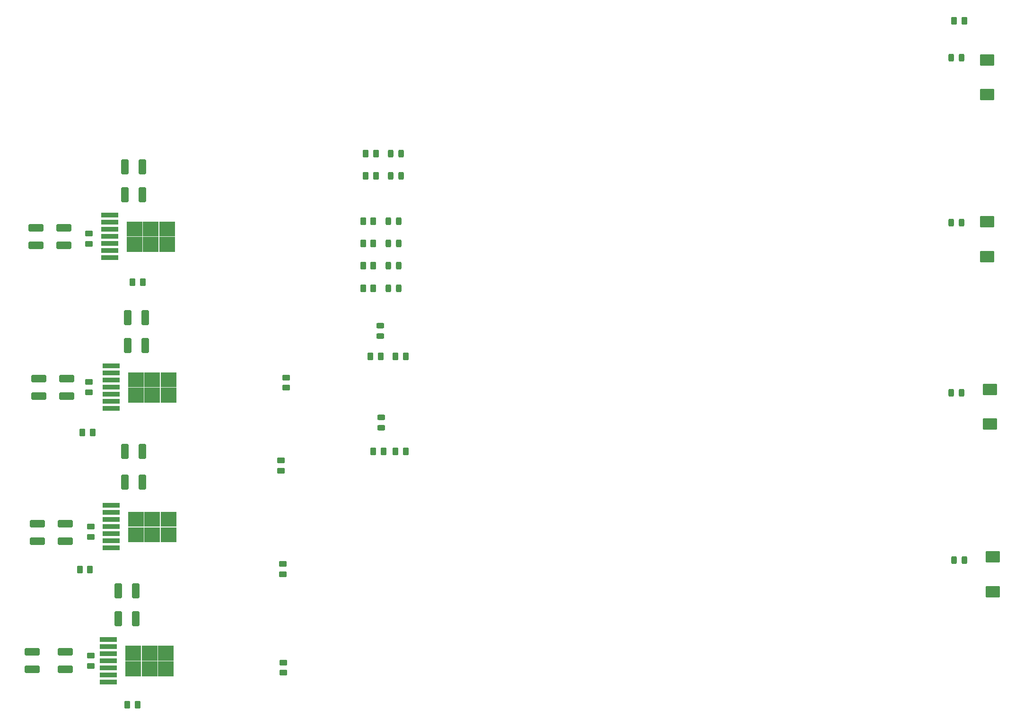
<source format=gbr>
%TF.GenerationSoftware,KiCad,Pcbnew,8.0.5*%
%TF.CreationDate,2024-11-03T12:33:06+01:00*%
%TF.ProjectId,Control board,436f6e74-726f-46c2-9062-6f6172642e6b,rev?*%
%TF.SameCoordinates,Original*%
%TF.FileFunction,Paste,Top*%
%TF.FilePolarity,Positive*%
%FSLAX46Y46*%
G04 Gerber Fmt 4.6, Leading zero omitted, Abs format (unit mm)*
G04 Created by KiCad (PCBNEW 8.0.5) date 2024-11-03 12:33:06*
%MOMM*%
%LPD*%
G01*
G04 APERTURE LIST*
G04 Aperture macros list*
%AMRoundRect*
0 Rectangle with rounded corners*
0 $1 Rounding radius*
0 $2 $3 $4 $5 $6 $7 $8 $9 X,Y pos of 4 corners*
0 Add a 4 corners polygon primitive as box body*
4,1,4,$2,$3,$4,$5,$6,$7,$8,$9,$2,$3,0*
0 Add four circle primitives for the rounded corners*
1,1,$1+$1,$2,$3*
1,1,$1+$1,$4,$5*
1,1,$1+$1,$6,$7*
1,1,$1+$1,$8,$9*
0 Add four rect primitives between the rounded corners*
20,1,$1+$1,$2,$3,$4,$5,0*
20,1,$1+$1,$4,$5,$6,$7,0*
20,1,$1+$1,$6,$7,$8,$9,0*
20,1,$1+$1,$8,$9,$2,$3,0*%
G04 Aperture macros list end*
%ADD10C,0.100000*%
%ADD11RoundRect,0.250000X-0.262500X-0.450000X0.262500X-0.450000X0.262500X0.450000X-0.262500X0.450000X0*%
%ADD12RoundRect,0.250000X-1.100000X0.412500X-1.100000X-0.412500X1.100000X-0.412500X1.100000X0.412500X0*%
%ADD13RoundRect,0.243750X0.243750X0.456250X-0.243750X0.456250X-0.243750X-0.456250X0.243750X-0.456250X0*%
%ADD14RoundRect,0.250000X-0.412500X-1.100000X0.412500X-1.100000X0.412500X1.100000X-0.412500X1.100000X0*%
%ADD15R,3.060000X0.890000*%
%ADD16RoundRect,0.250000X0.450000X-0.262500X0.450000X0.262500X-0.450000X0.262500X-0.450000X-0.262500X0*%
%ADD17RoundRect,0.250000X0.262500X0.450000X-0.262500X0.450000X-0.262500X-0.450000X0.262500X-0.450000X0*%
%ADD18RoundRect,0.243750X0.456250X-0.243750X0.456250X0.243750X-0.456250X0.243750X-0.456250X-0.243750X0*%
%ADD19RoundRect,0.250000X-1.025000X0.787500X-1.025000X-0.787500X1.025000X-0.787500X1.025000X0.787500X0*%
G04 APERTURE END LIST*
D10*
%TO.C,U602*%
X91185000Y-66400000D02*
X88475000Y-66400000D01*
X88475000Y-63825000D01*
X91185000Y-63825000D01*
X91185000Y-66400000D01*
G36*
X91185000Y-66400000D02*
G01*
X88475000Y-66400000D01*
X88475000Y-63825000D01*
X91185000Y-63825000D01*
X91185000Y-66400000D01*
G37*
X94095000Y-66400000D02*
X91385000Y-66400000D01*
X91385000Y-63826000D01*
X91395000Y-63826000D01*
X91385000Y-63825000D01*
X94095000Y-63825000D01*
X94095000Y-66400000D01*
G36*
X94095000Y-66400000D02*
G01*
X91385000Y-66400000D01*
X91385000Y-63826000D01*
X91395000Y-63826000D01*
X91385000Y-63825000D01*
X94095000Y-63825000D01*
X94095000Y-66400000D01*
G37*
X94095000Y-69175000D02*
X91385000Y-69175000D01*
X91385000Y-66601000D01*
X91395000Y-66601000D01*
X91385000Y-66600000D01*
X94095000Y-66600000D01*
X94095000Y-69175000D01*
G36*
X94095000Y-69175000D02*
G01*
X91385000Y-69175000D01*
X91385000Y-66601000D01*
X91395000Y-66601000D01*
X91385000Y-66600000D01*
X94095000Y-66600000D01*
X94095000Y-69175000D01*
G37*
X94295000Y-63825000D02*
X97005000Y-63825000D01*
X97005000Y-66400000D01*
X94295000Y-66400000D01*
X94295000Y-63824000D01*
X94299000Y-63824000D01*
X94295000Y-63825000D01*
G36*
X94295000Y-63825000D02*
G01*
X97005000Y-63825000D01*
X97005000Y-66400000D01*
X94295000Y-66400000D01*
X94295000Y-63824000D01*
X94299000Y-63824000D01*
X94295000Y-63825000D01*
G37*
X94295000Y-66600000D02*
X97005000Y-66600000D01*
X97005000Y-69175000D01*
X94295000Y-69175000D01*
X94295000Y-66599000D01*
X94299000Y-66599000D01*
X94295000Y-66600000D01*
G36*
X94295000Y-66600000D02*
G01*
X97005000Y-66600000D01*
X97005000Y-69175000D01*
X94295000Y-69175000D01*
X94295000Y-66599000D01*
X94299000Y-66599000D01*
X94295000Y-66600000D01*
G37*
X91185000Y-69175000D02*
X88475000Y-69175000D01*
X88474000Y-66601000D01*
X88476000Y-66601000D01*
X88475000Y-66600000D01*
X91185000Y-66600000D01*
X91185000Y-69175000D01*
G36*
X91185000Y-69175000D02*
G01*
X88475000Y-69175000D01*
X88474000Y-66601000D01*
X88476000Y-66601000D01*
X88475000Y-66600000D01*
X91185000Y-66600000D01*
X91185000Y-69175000D01*
G37*
%TO.C,U604*%
X91445000Y-93400000D02*
X88735000Y-93400000D01*
X88735000Y-90825000D01*
X91445000Y-90825000D01*
X91445000Y-93400000D01*
G36*
X91445000Y-93400000D02*
G01*
X88735000Y-93400000D01*
X88735000Y-90825000D01*
X91445000Y-90825000D01*
X91445000Y-93400000D01*
G37*
X94355000Y-93400000D02*
X91645000Y-93400000D01*
X91645000Y-90826000D01*
X91655000Y-90826000D01*
X91645000Y-90825000D01*
X94355000Y-90825000D01*
X94355000Y-93400000D01*
G36*
X94355000Y-93400000D02*
G01*
X91645000Y-93400000D01*
X91645000Y-90826000D01*
X91655000Y-90826000D01*
X91645000Y-90825000D01*
X94355000Y-90825000D01*
X94355000Y-93400000D01*
G37*
X94355000Y-96175000D02*
X91645000Y-96175000D01*
X91645000Y-93601000D01*
X91655000Y-93601000D01*
X91645000Y-93600000D01*
X94355000Y-93600000D01*
X94355000Y-96175000D01*
G36*
X94355000Y-96175000D02*
G01*
X91645000Y-96175000D01*
X91645000Y-93601000D01*
X91655000Y-93601000D01*
X91645000Y-93600000D01*
X94355000Y-93600000D01*
X94355000Y-96175000D01*
G37*
X94555000Y-90825000D02*
X97265000Y-90825000D01*
X97265000Y-93400000D01*
X94555000Y-93400000D01*
X94555000Y-90824000D01*
X94559000Y-90824000D01*
X94555000Y-90825000D01*
G36*
X94555000Y-90825000D02*
G01*
X97265000Y-90825000D01*
X97265000Y-93400000D01*
X94555000Y-93400000D01*
X94555000Y-90824000D01*
X94559000Y-90824000D01*
X94555000Y-90825000D01*
G37*
X94555000Y-93600000D02*
X97265000Y-93600000D01*
X97265000Y-96175000D01*
X94555000Y-96175000D01*
X94555000Y-93599000D01*
X94559000Y-93599000D01*
X94555000Y-93600000D01*
G36*
X94555000Y-93600000D02*
G01*
X97265000Y-93600000D01*
X97265000Y-96175000D01*
X94555000Y-96175000D01*
X94555000Y-93599000D01*
X94559000Y-93599000D01*
X94555000Y-93600000D01*
G37*
X91445000Y-96175000D02*
X88735000Y-96175000D01*
X88734000Y-93601000D01*
X88736000Y-93601000D01*
X88735000Y-93600000D01*
X91445000Y-93600000D01*
X91445000Y-96175000D01*
G36*
X91445000Y-96175000D02*
G01*
X88735000Y-96175000D01*
X88734000Y-93601000D01*
X88736000Y-93601000D01*
X88735000Y-93600000D01*
X91445000Y-93600000D01*
X91445000Y-96175000D01*
G37*
%TO.C,U601*%
X90945000Y-142400000D02*
X88235000Y-142400000D01*
X88235000Y-139825000D01*
X90945000Y-139825000D01*
X90945000Y-142400000D01*
G36*
X90945000Y-142400000D02*
G01*
X88235000Y-142400000D01*
X88235000Y-139825000D01*
X90945000Y-139825000D01*
X90945000Y-142400000D01*
G37*
X93855000Y-142400000D02*
X91145000Y-142400000D01*
X91145000Y-139826000D01*
X91155000Y-139826000D01*
X91145000Y-139825000D01*
X93855000Y-139825000D01*
X93855000Y-142400000D01*
G36*
X93855000Y-142400000D02*
G01*
X91145000Y-142400000D01*
X91145000Y-139826000D01*
X91155000Y-139826000D01*
X91145000Y-139825000D01*
X93855000Y-139825000D01*
X93855000Y-142400000D01*
G37*
X93855000Y-145175000D02*
X91145000Y-145175000D01*
X91145000Y-142601000D01*
X91155000Y-142601000D01*
X91145000Y-142600000D01*
X93855000Y-142600000D01*
X93855000Y-145175000D01*
G36*
X93855000Y-145175000D02*
G01*
X91145000Y-145175000D01*
X91145000Y-142601000D01*
X91155000Y-142601000D01*
X91145000Y-142600000D01*
X93855000Y-142600000D01*
X93855000Y-145175000D01*
G37*
X94055000Y-139825000D02*
X96765000Y-139825000D01*
X96765000Y-142400000D01*
X94055000Y-142400000D01*
X94055000Y-139824000D01*
X94059000Y-139824000D01*
X94055000Y-139825000D01*
G36*
X94055000Y-139825000D02*
G01*
X96765000Y-139825000D01*
X96765000Y-142400000D01*
X94055000Y-142400000D01*
X94055000Y-139824000D01*
X94059000Y-139824000D01*
X94055000Y-139825000D01*
G37*
X94055000Y-142600000D02*
X96765000Y-142600000D01*
X96765000Y-145175000D01*
X94055000Y-145175000D01*
X94055000Y-142599000D01*
X94059000Y-142599000D01*
X94055000Y-142600000D01*
G36*
X94055000Y-142600000D02*
G01*
X96765000Y-142600000D01*
X96765000Y-145175000D01*
X94055000Y-145175000D01*
X94055000Y-142599000D01*
X94059000Y-142599000D01*
X94055000Y-142600000D01*
G37*
X90945000Y-145175000D02*
X88235000Y-145175000D01*
X88234000Y-142601000D01*
X88236000Y-142601000D01*
X88235000Y-142600000D01*
X90945000Y-142600000D01*
X90945000Y-145175000D01*
G36*
X90945000Y-145175000D02*
G01*
X88235000Y-145175000D01*
X88234000Y-142601000D01*
X88236000Y-142601000D01*
X88235000Y-142600000D01*
X90945000Y-142600000D01*
X90945000Y-145175000D01*
G37*
%TO.C,U603*%
X91445000Y-118400000D02*
X88735000Y-118400000D01*
X88735000Y-115825000D01*
X91445000Y-115825000D01*
X91445000Y-118400000D01*
G36*
X91445000Y-118400000D02*
G01*
X88735000Y-118400000D01*
X88735000Y-115825000D01*
X91445000Y-115825000D01*
X91445000Y-118400000D01*
G37*
X94355000Y-118400000D02*
X91645000Y-118400000D01*
X91645000Y-115826000D01*
X91655000Y-115826000D01*
X91645000Y-115825000D01*
X94355000Y-115825000D01*
X94355000Y-118400000D01*
G36*
X94355000Y-118400000D02*
G01*
X91645000Y-118400000D01*
X91645000Y-115826000D01*
X91655000Y-115826000D01*
X91645000Y-115825000D01*
X94355000Y-115825000D01*
X94355000Y-118400000D01*
G37*
X94355000Y-121175000D02*
X91645000Y-121175000D01*
X91645000Y-118601000D01*
X91655000Y-118601000D01*
X91645000Y-118600000D01*
X94355000Y-118600000D01*
X94355000Y-121175000D01*
G36*
X94355000Y-121175000D02*
G01*
X91645000Y-121175000D01*
X91645000Y-118601000D01*
X91655000Y-118601000D01*
X91645000Y-118600000D01*
X94355000Y-118600000D01*
X94355000Y-121175000D01*
G37*
X94555000Y-115825000D02*
X97265000Y-115825000D01*
X97265000Y-118400000D01*
X94555000Y-118400000D01*
X94555000Y-115824000D01*
X94559000Y-115824000D01*
X94555000Y-115825000D01*
G36*
X94555000Y-115825000D02*
G01*
X97265000Y-115825000D01*
X97265000Y-118400000D01*
X94555000Y-118400000D01*
X94555000Y-115824000D01*
X94559000Y-115824000D01*
X94555000Y-115825000D01*
G37*
X94555000Y-118600000D02*
X97265000Y-118600000D01*
X97265000Y-121175000D01*
X94555000Y-121175000D01*
X94555000Y-118599000D01*
X94559000Y-118599000D01*
X94555000Y-118600000D01*
G36*
X94555000Y-118600000D02*
G01*
X97265000Y-118600000D01*
X97265000Y-121175000D01*
X94555000Y-121175000D01*
X94555000Y-118599000D01*
X94559000Y-118599000D01*
X94555000Y-118600000D01*
G37*
X91445000Y-121175000D02*
X88735000Y-121175000D01*
X88734000Y-118601000D01*
X88736000Y-118601000D01*
X88735000Y-118600000D01*
X91445000Y-118600000D01*
X91445000Y-121175000D01*
G36*
X91445000Y-121175000D02*
G01*
X88735000Y-121175000D01*
X88734000Y-118601000D01*
X88736000Y-118601000D01*
X88735000Y-118600000D01*
X91445000Y-118600000D01*
X91445000Y-121175000D01*
G37*
%TD*%
D11*
%TO.C,R615*%
X80535000Y-101640000D03*
X82360000Y-101640000D03*
%TD*%
%TO.C,R614*%
X89527500Y-74680000D03*
X91352500Y-74680000D03*
%TD*%
%TO.C,R613*%
X80077500Y-126160000D03*
X81902500Y-126160000D03*
%TD*%
%TO.C,R612*%
X88567500Y-150390000D03*
X90392500Y-150390000D03*
%TD*%
D12*
%TO.C,C614*%
X77500000Y-117937500D03*
X77500000Y-121062500D03*
%TD*%
D11*
%TO.C,R406*%
X136587500Y-88000000D03*
X138412500Y-88000000D03*
%TD*%
D13*
%TO.C,D504*%
X238437500Y-124500000D03*
X236562500Y-124500000D03*
%TD*%
D11*
%TO.C,R601*%
X236567500Y-27900000D03*
X238392500Y-27900000D03*
%TD*%
D14*
%TO.C,C609*%
X88177500Y-105000000D03*
X91302500Y-105000000D03*
%TD*%
D15*
%TO.C,U602*%
X85435000Y-62690000D03*
X85435000Y-63960000D03*
X85435000Y-65230000D03*
X85435000Y-66500000D03*
X85435000Y-67770000D03*
X85435000Y-69040000D03*
X85435000Y-70310000D03*
%TD*%
D12*
%TO.C,C608*%
X77240000Y-64937500D03*
X77240000Y-68062500D03*
%TD*%
D16*
%TO.C,R603*%
X81740000Y-67825000D03*
X81740000Y-66000000D03*
%TD*%
D17*
%TO.C,R607*%
X132625000Y-71760000D03*
X130800000Y-71760000D03*
%TD*%
D16*
%TO.C,R604*%
X82000000Y-120325000D03*
X82000000Y-118500000D03*
%TD*%
D13*
%TO.C,D606*%
X135710000Y-51650000D03*
X137585000Y-51650000D03*
%TD*%
D14*
%TO.C,C612*%
X88677500Y-86000000D03*
X91802500Y-86000000D03*
%TD*%
%TO.C,C601*%
X86937500Y-130000000D03*
X90062500Y-130000000D03*
%TD*%
D17*
%TO.C,R610*%
X131235000Y-55650000D03*
X133060000Y-55650000D03*
%TD*%
D11*
%TO.C,R401*%
X132587500Y-105000000D03*
X134412500Y-105000000D03*
%TD*%
D16*
%TO.C,R407*%
X116400000Y-127002500D03*
X116400000Y-125177500D03*
%TD*%
%TO.C,R403*%
X117000000Y-93585000D03*
X117000000Y-91760000D03*
%TD*%
D13*
%TO.C,D602*%
X137150000Y-71760000D03*
X135275000Y-71760000D03*
%TD*%
D17*
%TO.C,R611*%
X131235000Y-51650000D03*
X133060000Y-51650000D03*
%TD*%
D18*
%TO.C,D401*%
X134050000Y-100797500D03*
X134050000Y-98922500D03*
%TD*%
D13*
%TO.C,D603*%
X137150000Y-67760000D03*
X135275000Y-67760000D03*
%TD*%
D14*
%TO.C,C603*%
X86937500Y-135000000D03*
X90062500Y-135000000D03*
%TD*%
D19*
%TO.C,C503*%
X243000000Y-93887500D03*
X243000000Y-100112500D03*
%TD*%
D13*
%TO.C,D601*%
X137150000Y-75760000D03*
X135275000Y-75760000D03*
%TD*%
%TO.C,D605*%
X135710000Y-55650000D03*
X137585000Y-55650000D03*
%TD*%
D16*
%TO.C,R605*%
X81740000Y-94412500D03*
X81740000Y-92587500D03*
%TD*%
%TO.C,R408*%
X116490000Y-144632500D03*
X116490000Y-142807500D03*
%TD*%
%TO.C,R404*%
X116060000Y-108432500D03*
X116060000Y-106607500D03*
%TD*%
D11*
%TO.C,R402*%
X136587500Y-105000000D03*
X138412500Y-105000000D03*
%TD*%
D14*
%TO.C,C604*%
X88177500Y-59000000D03*
X91302500Y-59000000D03*
%TD*%
D17*
%TO.C,R606*%
X132625000Y-75760000D03*
X130800000Y-75760000D03*
%TD*%
D14*
%TO.C,C602*%
X88177500Y-54000000D03*
X91302500Y-54000000D03*
%TD*%
D15*
%TO.C,U604*%
X85695000Y-89690000D03*
X85695000Y-90960000D03*
X85695000Y-92230000D03*
X85695000Y-93500000D03*
X85695000Y-94770000D03*
X85695000Y-96040000D03*
X85695000Y-97310000D03*
%TD*%
D19*
%TO.C,C502*%
X242500000Y-63887500D03*
X242500000Y-70112500D03*
%TD*%
D13*
%TO.C,D501*%
X237937500Y-34500000D03*
X236062500Y-34500000D03*
%TD*%
D15*
%TO.C,U601*%
X85195000Y-138690000D03*
X85195000Y-139960000D03*
X85195000Y-141230000D03*
X85195000Y-142500000D03*
X85195000Y-143770000D03*
X85195000Y-145040000D03*
X85195000Y-146310000D03*
%TD*%
D12*
%TO.C,C615*%
X72740000Y-91937500D03*
X72740000Y-95062500D03*
%TD*%
%TO.C,C607*%
X72240000Y-64937500D03*
X72240000Y-68062500D03*
%TD*%
D19*
%TO.C,C501*%
X242500000Y-34887500D03*
X242500000Y-41112500D03*
%TD*%
D15*
%TO.C,U603*%
X85695000Y-114690000D03*
X85695000Y-115960000D03*
X85695000Y-117230000D03*
X85695000Y-118500000D03*
X85695000Y-119770000D03*
X85695000Y-121040000D03*
X85695000Y-122310000D03*
%TD*%
D16*
%TO.C,R602*%
X82000000Y-143412500D03*
X82000000Y-141587500D03*
%TD*%
D12*
%TO.C,C606*%
X77500000Y-140937500D03*
X77500000Y-144062500D03*
%TD*%
D11*
%TO.C,R405*%
X132087500Y-88000000D03*
X133912500Y-88000000D03*
%TD*%
D19*
%TO.C,C504*%
X243500000Y-123887500D03*
X243500000Y-130112500D03*
%TD*%
D12*
%TO.C,C616*%
X77740000Y-91937500D03*
X77740000Y-95062500D03*
%TD*%
D17*
%TO.C,R609*%
X132625000Y-63760000D03*
X130800000Y-63760000D03*
%TD*%
D12*
%TO.C,C605*%
X71500000Y-140937500D03*
X71500000Y-144062500D03*
%TD*%
D13*
%TO.C,D503*%
X237937500Y-94500000D03*
X236062500Y-94500000D03*
%TD*%
D12*
%TO.C,C613*%
X72500000Y-117937500D03*
X72500000Y-121062500D03*
%TD*%
D13*
%TO.C,D604*%
X137150000Y-63760000D03*
X135275000Y-63760000D03*
%TD*%
D14*
%TO.C,C610*%
X88677500Y-81000000D03*
X91802500Y-81000000D03*
%TD*%
D13*
%TO.C,D502*%
X237937500Y-64000000D03*
X236062500Y-64000000D03*
%TD*%
D18*
%TO.C,D402*%
X133880000Y-84317500D03*
X133880000Y-82442500D03*
%TD*%
D14*
%TO.C,C611*%
X88177500Y-110500000D03*
X91302500Y-110500000D03*
%TD*%
D17*
%TO.C,R608*%
X132625000Y-67760000D03*
X130800000Y-67760000D03*
%TD*%
M02*

</source>
